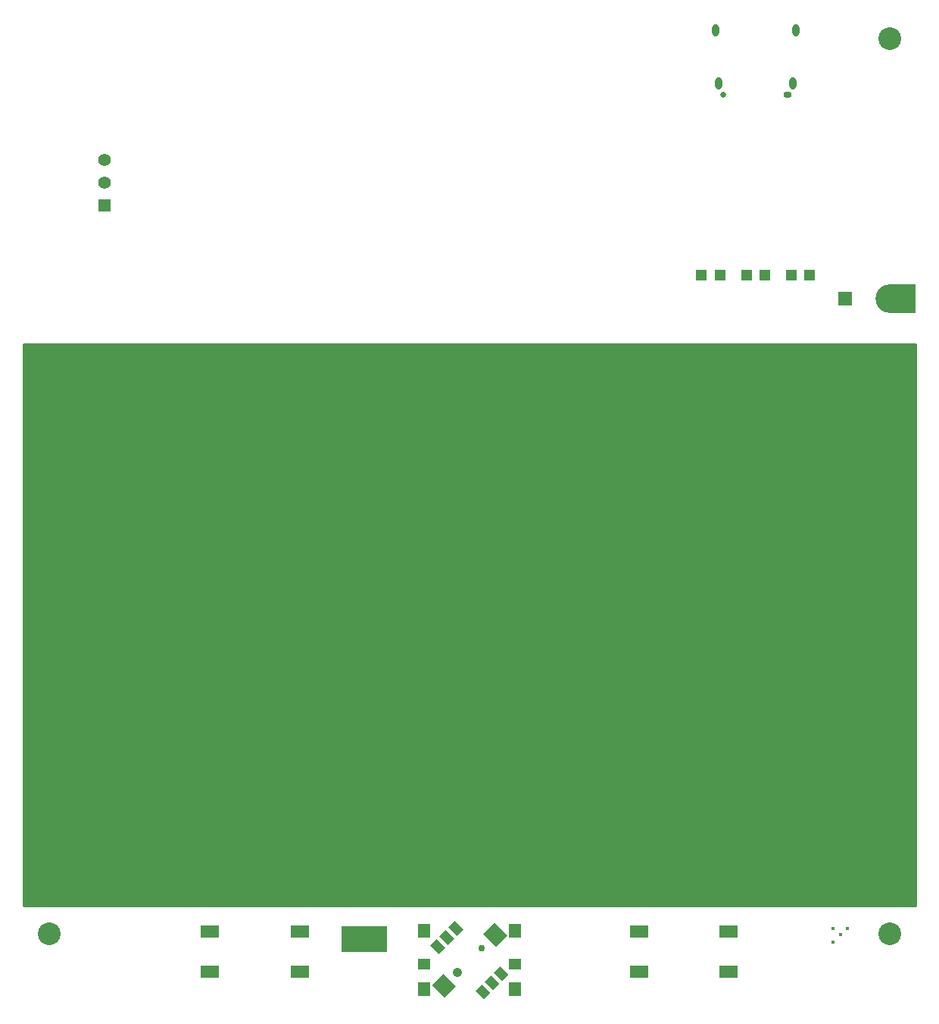
<source format=gbr>
G04 #@! TF.FileFunction,Soldermask,Top*
%FSLAX46Y46*%
G04 Gerber Fmt 4.6, Leading zero omitted, Abs format (unit mm)*
G04 Created by KiCad (PCBNEW 4.0.7-e2-6376~58~ubuntu16.04.1) date Sat Jul 28 16:41:28 2018*
%MOMM*%
%LPD*%
G01*
G04 APERTURE LIST*
%ADD10C,0.100000*%
%ADD11R,1.198880X1.198880*%
%ADD12R,1.397000X1.397000*%
%ADD13C,1.397000*%
%ADD14R,1.400000X1.500000*%
%ADD15R,1.400000X1.300000*%
%ADD16C,2.540000*%
%ADD17R,2.100000X1.400000*%
%ADD18R,1.501140X1.501140*%
%ADD19R,2.270000X2.270000*%
%ADD20C,0.604800*%
%ADD21O,0.800000X1.400000*%
%ADD22O,0.950000X0.650000*%
%ADD23C,0.650000*%
%ADD24R,3.000000X3.200000*%
%ADD25C,3.200000*%
%ADD26R,1.500000X2.270000*%
%ADD27C,0.600000*%
%ADD28R,5.200000X3.000000*%
%ADD29C,1.524000*%
%ADD30R,0.300000X0.300000*%
%ADD31C,0.750000*%
%ADD32C,1.050000*%
%ADD33R,5.000000X2.400000*%
%ADD34R,2.270000X4.000000*%
%ADD35R,4.000000X8.000000*%
%ADD36C,0.254000*%
G04 APERTURE END LIST*
D10*
D11*
X128049020Y-60411000D03*
X125950980Y-60411000D03*
D12*
X59230000Y-52605000D03*
D13*
X59230000Y-50065000D03*
X59230000Y-47525000D03*
D14*
X94900000Y-133675000D03*
X105100000Y-133675000D03*
X94900000Y-140175000D03*
X105100000Y-140175000D03*
D15*
X94900000Y-137375000D03*
X105100000Y-137375000D03*
D16*
X147000000Y-134000000D03*
X147000000Y-34000000D03*
X53000000Y-134000000D03*
D17*
X71000000Y-138250000D03*
X71000000Y-133750000D03*
X81000000Y-138250000D03*
X81000000Y-133750000D03*
X119000000Y-138250000D03*
X119000000Y-133750000D03*
X129000000Y-138250000D03*
X129000000Y-133750000D03*
D18*
X142000000Y-63000000D03*
D11*
X133049020Y-60411000D03*
X130950980Y-60411000D03*
X138049020Y-60411000D03*
X135950980Y-60411000D03*
D19*
X82125000Y-92625000D03*
D20*
X82125000Y-92625000D03*
D19*
X82125000Y-106375000D03*
D20*
X82125000Y-106375000D03*
D19*
X84875000Y-92625000D03*
D20*
X84875000Y-92625000D03*
D19*
X84875000Y-95375000D03*
D20*
X84875000Y-95375000D03*
D19*
X84875000Y-98125000D03*
D20*
X84875000Y-98125000D03*
D19*
X84875000Y-100875000D03*
D20*
X84875000Y-100875000D03*
D19*
X84875000Y-103625000D03*
D20*
X84875000Y-103625000D03*
D19*
X84875000Y-106375000D03*
D20*
X84875000Y-106375000D03*
D19*
X87625000Y-92625000D03*
D20*
X87625000Y-92625000D03*
D19*
X87625000Y-95375000D03*
D20*
X87625000Y-95375000D03*
D19*
X87625000Y-98125000D03*
D20*
X87625000Y-98125000D03*
D19*
X87625000Y-100875000D03*
D20*
X87625000Y-100875000D03*
D19*
X87625000Y-103625000D03*
D20*
X87625000Y-103625000D03*
D19*
X87625000Y-106375000D03*
D20*
X87625000Y-106375000D03*
D19*
X90375000Y-92625000D03*
D20*
X90375000Y-92625000D03*
D19*
X90375000Y-95375000D03*
D20*
X90375000Y-95375000D03*
D19*
X90375000Y-98125000D03*
D20*
X90375000Y-98125000D03*
D19*
X90375000Y-100875000D03*
D20*
X90375000Y-100875000D03*
D19*
X90375000Y-103625000D03*
D20*
X90375000Y-103625000D03*
D19*
X90375000Y-106375000D03*
D20*
X90375000Y-106375000D03*
D19*
X93125000Y-92625000D03*
D20*
X93125000Y-92625000D03*
D19*
X93125000Y-95375000D03*
D20*
X93125000Y-95375000D03*
D19*
X93125000Y-98125000D03*
D20*
X93125000Y-98125000D03*
D19*
X93125000Y-100875000D03*
D20*
X93125000Y-100875000D03*
D19*
X93125000Y-103625000D03*
D20*
X93125000Y-103625000D03*
D19*
X93125000Y-106375000D03*
D20*
X93125000Y-106375000D03*
D19*
X95875000Y-92625000D03*
D20*
X95875000Y-92625000D03*
D19*
X95875000Y-95375000D03*
D20*
X95875000Y-95375000D03*
D19*
X95875000Y-98125000D03*
D20*
X95875000Y-98125000D03*
D19*
X95875000Y-100875000D03*
D20*
X95875000Y-100875000D03*
D19*
X95875000Y-103625000D03*
D20*
X95875000Y-103625000D03*
D19*
X95875000Y-106375000D03*
D20*
X95875000Y-106375000D03*
D19*
X98625000Y-92625000D03*
D20*
X98625000Y-92625000D03*
D19*
X98625000Y-95375000D03*
D20*
X98625000Y-95375000D03*
D19*
X98625000Y-98125000D03*
D20*
X98625000Y-98125000D03*
D19*
X98625000Y-100875000D03*
D20*
X98625000Y-100875000D03*
D19*
X98625000Y-103625000D03*
D20*
X98625000Y-103625000D03*
D19*
X98625000Y-106375000D03*
D20*
X98625000Y-106375000D03*
D19*
X101375000Y-92625000D03*
D20*
X101375000Y-92625000D03*
D19*
X101375000Y-95375000D03*
D20*
X101375000Y-95375000D03*
D19*
X101375000Y-98125000D03*
D20*
X101375000Y-98125000D03*
D19*
X101375000Y-100875000D03*
D20*
X101375000Y-100875000D03*
D19*
X101375000Y-103625000D03*
D20*
X101375000Y-103625000D03*
D19*
X101375000Y-106375000D03*
D20*
X101375000Y-106375000D03*
D19*
X104125000Y-92625000D03*
D20*
X104125000Y-92625000D03*
D19*
X104125000Y-95375000D03*
D20*
X104125000Y-95375000D03*
D19*
X104125000Y-98125000D03*
D20*
X104125000Y-98125000D03*
D19*
X104125000Y-100875000D03*
D20*
X104125000Y-100875000D03*
D19*
X104125000Y-103625000D03*
D20*
X104125000Y-103625000D03*
D19*
X104125000Y-106375000D03*
D20*
X104125000Y-106375000D03*
D19*
X106875000Y-92625000D03*
D20*
X106875000Y-92625000D03*
D19*
X106875000Y-95375000D03*
D20*
X106875000Y-95375000D03*
D19*
X106875000Y-98125000D03*
D20*
X106875000Y-98125000D03*
D19*
X106875000Y-100875000D03*
D20*
X106875000Y-100875000D03*
D19*
X106875000Y-103625000D03*
D20*
X106875000Y-103625000D03*
D19*
X106875000Y-106375000D03*
D20*
X106875000Y-106375000D03*
D19*
X109625000Y-92625000D03*
D20*
X109625000Y-92625000D03*
D19*
X109625000Y-95375000D03*
D20*
X109625000Y-95375000D03*
D19*
X109625000Y-98125000D03*
D20*
X109625000Y-98125000D03*
D19*
X109625000Y-100875000D03*
D20*
X109625000Y-100875000D03*
D19*
X109625000Y-103625000D03*
D20*
X109625000Y-103625000D03*
D19*
X109625000Y-106375000D03*
D20*
X109625000Y-106375000D03*
D19*
X112375000Y-92625000D03*
D20*
X112375000Y-92625000D03*
D19*
X112375000Y-95375000D03*
D20*
X112375000Y-95375000D03*
D19*
X112375000Y-98125000D03*
D20*
X112375000Y-98125000D03*
D19*
X112375000Y-100875000D03*
D20*
X112375000Y-100875000D03*
D19*
X112375000Y-103625000D03*
D20*
X112375000Y-103625000D03*
D19*
X112375000Y-106375000D03*
D20*
X112375000Y-106375000D03*
D19*
X115125000Y-92625000D03*
D20*
X115125000Y-92625000D03*
D19*
X115125000Y-95375000D03*
D20*
X115125000Y-95375000D03*
D19*
X115125000Y-98125000D03*
D20*
X115125000Y-98125000D03*
D19*
X115125000Y-100875000D03*
D20*
X115125000Y-100875000D03*
D19*
X115125000Y-103625000D03*
D20*
X115125000Y-103625000D03*
D19*
X115125000Y-106375000D03*
D20*
X115125000Y-106375000D03*
D19*
X117875000Y-92625000D03*
D20*
X117875000Y-92625000D03*
D19*
X117875000Y-106375000D03*
D20*
X117875000Y-106375000D03*
D19*
X84875000Y-89875000D03*
D20*
X84875000Y-89875000D03*
D19*
X84875000Y-109125000D03*
D20*
X84875000Y-109125000D03*
D19*
X87625000Y-89875000D03*
D20*
X87625000Y-89875000D03*
D19*
X87625000Y-109125000D03*
D20*
X87625000Y-109125000D03*
D19*
X90375000Y-89875000D03*
D20*
X90375000Y-89875000D03*
D19*
X90375000Y-109125000D03*
D20*
X90375000Y-109125000D03*
D19*
X93125000Y-89875000D03*
D20*
X93125000Y-89875000D03*
D19*
X93125000Y-109125000D03*
D20*
X93125000Y-109125000D03*
D19*
X95875000Y-89875000D03*
D20*
X95875000Y-89875000D03*
D19*
X95875000Y-109125000D03*
D20*
X95875000Y-109125000D03*
D19*
X98625000Y-89875000D03*
D20*
X98625000Y-89875000D03*
D19*
X98625000Y-109125000D03*
D20*
X98625000Y-109125000D03*
D19*
X101375000Y-89875000D03*
D20*
X101375000Y-89875000D03*
D19*
X101375000Y-109125000D03*
D20*
X101375000Y-109125000D03*
D19*
X104125000Y-89875000D03*
D20*
X104125000Y-89875000D03*
D19*
X104125000Y-109125000D03*
D20*
X104125000Y-109125000D03*
D19*
X106875000Y-89875000D03*
D20*
X106875000Y-89875000D03*
D19*
X106875000Y-109125000D03*
D20*
X106875000Y-109125000D03*
D19*
X109625000Y-89875000D03*
D20*
X109625000Y-89875000D03*
D19*
X109625000Y-109125000D03*
D20*
X109625000Y-109125000D03*
D19*
X112375000Y-89875000D03*
D20*
X112375000Y-89875000D03*
D19*
X112375000Y-109125000D03*
D20*
X112375000Y-109125000D03*
D19*
X115125000Y-89875000D03*
D20*
X115125000Y-89875000D03*
D19*
X115125000Y-109125000D03*
D20*
X115125000Y-109125000D03*
D19*
X82125000Y-95375000D03*
D20*
X82125000Y-95375000D03*
D19*
X82125000Y-98125000D03*
D20*
X82125000Y-98125000D03*
D19*
X82125000Y-100875000D03*
D20*
X82125000Y-100875000D03*
D19*
X82125000Y-103625000D03*
D20*
X82125000Y-103625000D03*
D19*
X117875000Y-95375000D03*
D20*
X117875000Y-95375000D03*
D19*
X117875000Y-98125000D03*
D20*
X117875000Y-98125000D03*
D19*
X117875000Y-100875000D03*
D20*
X117875000Y-100875000D03*
D19*
X117875000Y-103625000D03*
D20*
X117875000Y-103625000D03*
D19*
X82125000Y-89875000D03*
D20*
X82125000Y-89875000D03*
D19*
X82125000Y-109125000D03*
D20*
X82125000Y-109125000D03*
D19*
X117875000Y-89875000D03*
D20*
X117875000Y-89875000D03*
D21*
X127870000Y-39010000D03*
X136130000Y-39010000D03*
X136490000Y-33060000D03*
X127510000Y-33060000D03*
D22*
X135600000Y-40260000D03*
D23*
X128400000Y-40260000D03*
D24*
X148463000Y-63000000D03*
D25*
X146963000Y-63000000D03*
D19*
X76625000Y-92625000D03*
D20*
X76625000Y-92625000D03*
D26*
X74865000Y-92625000D03*
D27*
X90265000Y-135539000D03*
X89265000Y-135539000D03*
X88265000Y-135539000D03*
X87265000Y-135539000D03*
X86265000Y-135539000D03*
X90265000Y-134539000D03*
X89765000Y-135039000D03*
X89265000Y-134539000D03*
X88765000Y-135039000D03*
X88265000Y-134539000D03*
X87765000Y-135039000D03*
X87265000Y-134539000D03*
X86765000Y-135039000D03*
X86265000Y-134539000D03*
X90265000Y-133539000D03*
X89765000Y-134039000D03*
X89265000Y-133539000D03*
X88765000Y-134039000D03*
X88265000Y-133539000D03*
X87765000Y-134039000D03*
X87265000Y-133539000D03*
X86765000Y-134039000D03*
X86265000Y-133539000D03*
D28*
X88265000Y-134539000D03*
D25*
X144000000Y-74000000D03*
D29*
X144000000Y-70900000D03*
D25*
X144000000Y-125000000D03*
D29*
X144000000Y-121900000D03*
D25*
X56000000Y-125000000D03*
D29*
X56000000Y-121900000D03*
D25*
X56000000Y-74000000D03*
D29*
X56000000Y-70900000D03*
D19*
X117875000Y-109125000D03*
D20*
X117875000Y-109125000D03*
D30*
X140639800Y-134883800D03*
X140639800Y-133359800D03*
X142265400Y-133359800D03*
X141452600Y-134071000D03*
D31*
X101343303Y-135572297D03*
D32*
X98656297Y-138259303D03*
D10*
G36*
X101520079Y-133981307D02*
X102792871Y-132708515D01*
X104207085Y-134122729D01*
X102934293Y-135395521D01*
X101520079Y-133981307D01*
X101520079Y-133981307D01*
G37*
G36*
X95792515Y-139708871D02*
X97065307Y-138436079D01*
X98479521Y-139850293D01*
X97206729Y-141123085D01*
X95792515Y-139708871D01*
X95792515Y-139708871D01*
G37*
G36*
X97648670Y-133256522D02*
X98355776Y-132549416D01*
X99310370Y-133504010D01*
X98603264Y-134211116D01*
X97648670Y-133256522D01*
X97648670Y-133256522D01*
G37*
G36*
X96641043Y-134264149D02*
X97348149Y-133557043D01*
X98302743Y-134511637D01*
X97595637Y-135218743D01*
X96641043Y-134264149D01*
X96641043Y-134264149D01*
G37*
G36*
X95633416Y-135271776D02*
X96340522Y-134564670D01*
X97295116Y-135519264D01*
X96588010Y-136226370D01*
X95633416Y-135271776D01*
X95633416Y-135271776D01*
G37*
G36*
X102704484Y-138312336D02*
X103411590Y-137605230D01*
X104366184Y-138559824D01*
X103659078Y-139266930D01*
X102704484Y-138312336D01*
X102704484Y-138312336D01*
G37*
G36*
X101696857Y-139319963D02*
X102403963Y-138612857D01*
X103358557Y-139567451D01*
X102651451Y-140274557D01*
X101696857Y-139319963D01*
X101696857Y-139319963D01*
G37*
G36*
X100689230Y-140327590D02*
X101396336Y-139620484D01*
X102350930Y-140575078D01*
X101643824Y-141282184D01*
X100689230Y-140327590D01*
X100689230Y-140327590D01*
G37*
D19*
X79375000Y-92625000D03*
D20*
X79375000Y-92625000D03*
D19*
X78000000Y-89875000D03*
D20*
X78000000Y-89875000D03*
D19*
X78000000Y-95375000D03*
D20*
X78000000Y-95375000D03*
D33*
X73890000Y-89810000D03*
X73890000Y-95440000D03*
D34*
X72500000Y-92625000D03*
D20*
X72500000Y-92625000D03*
D35*
X69500000Y-92625000D03*
D19*
X78000000Y-109125000D03*
D20*
X78000000Y-109125000D03*
D19*
X122000000Y-103625000D03*
D20*
X122000000Y-103625000D03*
D33*
X73890000Y-103560000D03*
X73890000Y-109190000D03*
D34*
X72500000Y-106375000D03*
D20*
X72500000Y-106375000D03*
D35*
X69500000Y-106375000D03*
D19*
X76625000Y-106375000D03*
D20*
X76625000Y-106375000D03*
D26*
X74865000Y-106375000D03*
D19*
X78000000Y-103625000D03*
D20*
X78000000Y-103625000D03*
D19*
X79375000Y-106375000D03*
D20*
X79375000Y-106375000D03*
D19*
X120625000Y-92625000D03*
D20*
X120625000Y-92625000D03*
D19*
X122000000Y-89875000D03*
D20*
X122000000Y-89875000D03*
D19*
X123375000Y-92625000D03*
D20*
X123375000Y-92625000D03*
D26*
X125135000Y-92625000D03*
D33*
X126110000Y-95440000D03*
X126110000Y-89810000D03*
D34*
X127500000Y-92625000D03*
D20*
X127500000Y-92625000D03*
D35*
X130500000Y-92625000D03*
D33*
X126110000Y-109190000D03*
X126110000Y-103560000D03*
D34*
X127500000Y-106375000D03*
D20*
X127500000Y-106375000D03*
D35*
X130500000Y-106375000D03*
D19*
X123375000Y-106375000D03*
D20*
X123375000Y-106375000D03*
D26*
X125135000Y-106375000D03*
D19*
X122000000Y-109125000D03*
D20*
X122000000Y-109125000D03*
D19*
X120625000Y-106375000D03*
D20*
X120625000Y-106375000D03*
D19*
X122000000Y-95375000D03*
D20*
X122000000Y-95375000D03*
D36*
G36*
X149885000Y-130869000D02*
X50139000Y-130869000D01*
X50139000Y-68123000D01*
X149885000Y-68123000D01*
X149885000Y-130869000D01*
X149885000Y-130869000D01*
G37*
X149885000Y-130869000D02*
X50139000Y-130869000D01*
X50139000Y-68123000D01*
X149885000Y-68123000D01*
X149885000Y-130869000D01*
M02*

</source>
